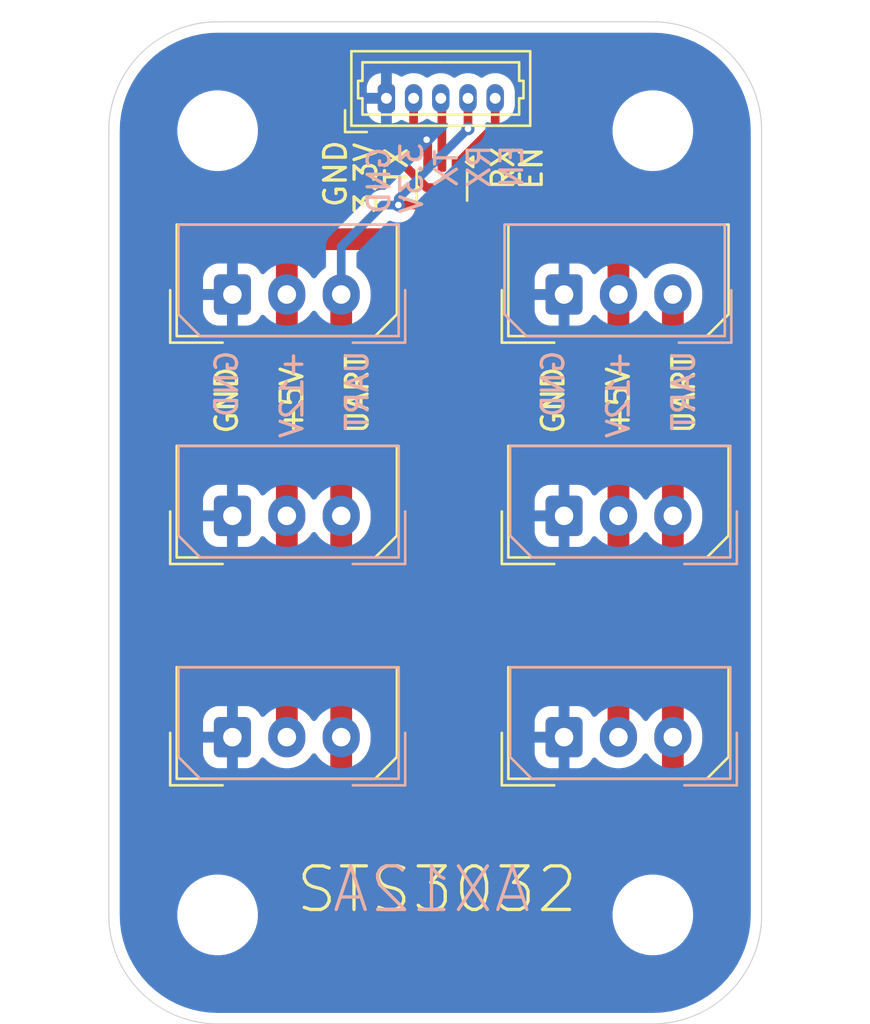
<source format=kicad_pcb>
(kicad_pcb (version 20241229) (generator "pcbnew") (generator_version "9.0")
  (layers (0 "F.Cu" signal) (2 "B.Cu" signal) (13 "F.Paste" user) (15 "B.Paste" user) (5 "F.SilkS" user "F.Silkscreen") (7 "B.SilkS" user "B.Silkscreen") (1 "F.Mask" user) (3 "B.Mask" user) (25 "Edge.Cuts" user))
  (net 0 "")
  (net 1 "GND")
  (net 2 "VIN")
  (net 3 "/UART")
  (net 4 "/UART_TX")
  (net 5 "/ENABLE")
  (net 6 "+3.3V")
  (footprint "Connector_Molex:Molex_SPOX_5267-03A_1x03_P2.50mm_Vertical" (layer "F.Cu") (at 106.68 116.84)
    (property "Reference" "J3" (hide yes))
    (property "Value" "Conn_01x03_Pin" (hide yes))
    (fp_line (start -2.86 -0.2) (end -2.86 2.21) (stroke (width 0.12)) (layer "F.SilkS"))
    (fp_line (start -2.86 2.21) (end -0.45 2.21) (stroke (width 0.12)) (layer "F.SilkS"))
    (fp_line (start -2.56 -3.21) (end -2.56 1.91) (stroke (width 0.12)) (layer "F.SilkS"))
    (fp_line (start -2.56 1.91) (end 6.56 1.91) (stroke (width 0.12)) (layer "F.SilkS"))
    (fp_line (start 6.56 1.91) (end 7.56 0.91) (stroke (width 0.12)) (layer "F.SilkS"))
    (fp_line (start 7.56 -3.21) (end -2.56 -3.21) (stroke (width 0.12)) (layer "F.SilkS"))
    (fp_line (start 7.56 0.91) (end 7.56 -3.21) (stroke (width 0.12)) (layer "F.SilkS"))
    (pad "1" thru_hole roundrect (at 0 0) (size 1.7 1.85) (drill 0.85) (layers "*.Cu" "*.Mask") (roundrect_rratio 0.147059) (net 1 "GND"))
    (pad "2" thru_hole oval (at 2.5 0) (size 1.7 1.85) (drill 0.85) (layers "*.Cu" "*.Mask") (net 2 "VIN"))
    (pad "3" thru_hole oval (at 5 0) (size 1.7 1.85) (drill 0.85) (layers "*.Cu" "*.Mask") (net 3 "/UART"))
  )
  (footprint "Connector_Molex:Molex_SPOX_5267-03A_1x03_P2.50mm_Vertical" (layer "F.Cu") (at 121.92 106.68)
    (property "Reference" "J5" (hide yes))
    (property "Value" "Conn_01x03_Pin" (hide yes))
    (fp_line (start -2.86 -0.2) (end -2.86 2.21) (stroke (width 0.12)) (layer "F.SilkS"))
    (fp_line (start -2.86 2.21) (end -0.45 2.21) (stroke (width 0.12)) (layer "F.SilkS"))
    (fp_line (start -2.56 -3.21) (end -2.56 1.91) (stroke (width 0.12)) (layer "F.SilkS"))
    (fp_line (start -2.56 1.91) (end 6.56 1.91) (stroke (width 0.12)) (layer "F.SilkS"))
    (fp_line (start 6.56 1.91) (end 7.56 0.91) (stroke (width 0.12)) (layer "F.SilkS"))
    (fp_line (start 7.56 -3.21) (end -2.56 -3.21) (stroke (width 0.12)) (layer "F.SilkS"))
    (fp_line (start 7.56 0.91) (end 7.56 -3.21) (stroke (width 0.12)) (layer "F.SilkS"))
    (pad "1" thru_hole roundrect (at 0 0) (size 1.7 1.85) (drill 0.85) (layers "*.Cu" "*.Mask") (roundrect_rratio 0.147059) (net 1 "GND"))
    (pad "2" thru_hole oval (at 2.5 0) (size 1.7 1.85) (drill 0.85) (layers "*.Cu" "*.Mask") (net 2 "VIN"))
    (pad "3" thru_hole oval (at 5 0) (size 1.7 1.85) (drill 0.85) (layers "*.Cu" "*.Mask") (net 3 "/UART"))
  )
  (footprint "MountingHole:MountingHole_3.2mm_M3" (layer "F.Cu") (at 106 89)
    (property "Reference" "H1" (hide yes))
    (property "Value" "MountingHole" (hide yes))
    (pad "" np_thru_hole circle (at 0 0) (size 3.2 3.2) (drill 3.2) (layers "*.Cu" "*.Mask"))
  )
  (footprint "Connector_Molex:Molex_SPOX_5267-03A_1x03_P2.50mm_Vertical" (layer "F.Cu") (at 106.68 106.68)
    (property "Reference" "J2" (hide yes))
    (property "Value" "Conn_01x03_Pin" (hide yes))
    (fp_line (start -2.86 -0.2) (end -2.86 2.21) (stroke (width 0.12)) (layer "F.SilkS"))
    (fp_line (start -2.86 2.21) (end -0.45 2.21) (stroke (width 0.12)) (layer "F.SilkS"))
    (fp_line (start -2.56 -3.21) (end -2.56 1.91) (stroke (width 0.12)) (layer "F.SilkS"))
    (fp_line (start -2.56 1.91) (end 6.56 1.91) (stroke (width 0.12)) (layer "F.SilkS"))
    (fp_line (start 6.56 1.91) (end 7.56 0.91) (stroke (width 0.12)) (layer "F.SilkS"))
    (fp_line (start 7.56 -3.21) (end -2.56 -3.21) (stroke (width 0.12)) (layer "F.SilkS"))
    (fp_line (start 7.56 0.91) (end 7.56 -3.21) (stroke (width 0.12)) (layer "F.SilkS"))
    (pad "1" thru_hole roundrect (at 0 0) (size 1.7 1.85) (drill 0.85) (layers "*.Cu" "*.Mask") (roundrect_rratio 0.147059) (net 1 "GND"))
    (pad "2" thru_hole oval (at 2.5 0) (size 1.7 1.85) (drill 0.85) (layers "*.Cu" "*.Mask") (net 2 "VIN"))
    (pad "3" thru_hole oval (at 5 0) (size 1.7 1.85) (drill 0.85) (layers "*.Cu" "*.Mask") (net 3 "/UART"))
  )
  (footprint "MountingHole:MountingHole_3.2mm_M3" (layer "F.Cu") (at 106 125)
    (property "Reference" "H2" (hide yes))
    (property "Value" "MountingHole" (hide yes))
    (pad "" np_thru_hole circle (at 0 0) (size 3.2 3.2) (drill 3.2) (layers "*.Cu" "*.Mask"))
  )
  (footprint "MountingHole:MountingHole_3.2mm_M3" (layer "F.Cu") (at 126 125)
    (property "Reference" "H4" (hide yes))
    (property "Value" "MountingHole" (hide yes))
    (pad "" np_thru_hole circle (at 0 0) (size 3.2 3.2) (drill 3.2) (layers "*.Cu" "*.Mask"))
  )
  (footprint "Connector_Molex:Molex_PicoBlade_53047-0510_1x05_P1.25mm_Vertical" (layer "F.Cu") (at 113.756 87.512)
    (property "Reference" "J8" (hide yes))
    (property "Value" "Conn_01x05_Pin" (hide yes))
    (fp_line (start -1.9 1.55) (end -1.9 0.55) (stroke (width 0.12)) (layer "F.SilkS"))
    (fp_line (start -1.9 1.55) (end -0.9 1.55) (stroke (width 0.12)) (layer "F.SilkS"))
    (fp_line (start -1.61 -2.16) (end -1.61 1.26) (stroke (width 0.12)) (layer "F.SilkS"))
    (fp_line (start -1.61 1.26) (end 6.61 1.26) (stroke (width 0.12)) (layer "F.SilkS"))
    (fp_line (start -1.3 -0.8) (end -1.1 -0.8) (stroke (width 0.12)) (layer "F.SilkS"))
    (fp_line (start -1.3 0) (end -1.3 -0.8) (stroke (width 0.12)) (layer "F.SilkS"))
    (fp_line (start -1.1 -1.65) (end 2.5 -1.65) (stroke (width 0.12)) (layer "F.SilkS"))
    (fp_line (start -1.1 -0.8) (end -1.1 -1.65) (stroke (width 0.12)) (layer "F.SilkS"))
    (fp_line (start -1.1 0) (end -1.3 0) (stroke (width 0.12)) (layer "F.SilkS"))
    (fp_line (start -1.1 0.75) (end -1.1 0) (stroke (width 0.12)) (layer "F.SilkS"))
    (fp_line (start 2.5 0.75) (end -1.1 0.75) (stroke (width 0.12)) (layer "F.SilkS"))
    (fp_line (start 2.5 0.75) (end 6.1 0.75) (stroke (width 0.12)) (layer "F.SilkS"))
    (fp_line (start 6.1 -1.65) (end 2.5 -1.65) (stroke (width 0.12)) (layer "F.SilkS"))
    (fp_line (start 6.1 -0.8) (end 6.1 -1.65) (stroke (width 0.12)) (layer "F.SilkS"))
    (fp_line (start 6.1 0) (end 6.3 0) (stroke (width 0.12)) (layer "F.SilkS"))
    (fp_line (start 6.1 0.75) (end 6.1 0) (stroke (width 0.12)) (layer "F.SilkS"))
    (fp_line (start 6.3 -0.8) (end 6.1 -0.8) (stroke (width 0.12)) (layer "F.SilkS"))
    (fp_line (start 6.3 0) (end 6.3 -0.8) (stroke (width 0.12)) (layer "F.SilkS"))
    (fp_line (start 6.61 -2.16) (end -1.61 -2.16) (stroke (width 0.12)) (layer "F.SilkS"))
    (fp_line (start 6.61 1.26) (end 6.61 -2.16) (stroke (width 0.12)) (layer "F.SilkS"))
    (pad "1" thru_hole roundrect (at 0 0) (size 0.8 1.3) (drill 0.5) (layers "*.Cu" "*.Mask") (net 1 "GND"))
    (pad "2" thru_hole oval (at 1.25 0) (size 0.8 1.3) (drill 0.5) (layers "*.Cu" "*.Mask") (net 6 "+3.3V"))
    (pad "3" thru_hole oval (at 2.5 0) (size 0.8 1.3) (drill 0.5) (layers "*.Cu" "*.Mask") (net 4 "/UART_TX"))
    (pad "4" thru_hole oval (at 3.75 0) (size 0.8 1.3) (drill 0.5) (layers "*.Cu" "*.Mask") (net 3 "/UART"))
    (pad "5" thru_hole oval (at 5 0) (size 0.8 1.3) (drill 0.5) (layers "*.Cu" "*.Mask") (net 5 "/ENABLE"))
  )
  (footprint "MountingHole:MountingHole_3.2mm_M3" (layer "F.Cu") (at 126 89)
    (property "Reference" "H3" (hide yes))
    (property "Value" "MountingHole" (hide yes))
    (pad "" np_thru_hole circle (at 0 0) (size 3.2 3.2) (drill 3.2) (layers "*.Cu" "*.Mask"))
  )
  (footprint "Connector_Molex:Molex_SPOX_5267-03A_1x03_P2.50mm_Vertical" (layer "F.Cu") (at 106.68 96.52)
    (property "Reference" "J1" (hide yes))
    (property "Value" "Conn_01x03_Pin" (hide yes))
    (fp_line (start -2.86 -0.2) (end -2.86 2.21) (stroke (width 0.12)) (layer "F.SilkS"))
    (fp_line (start -2.86 2.21) (end -0.45 2.21) (stroke (width 0.12)) (layer "F.SilkS"))
    (fp_line (start -2.56 -3.21) (end -2.56 1.91) (stroke (width 0.12)) (layer "F.SilkS"))
    (fp_line (start -2.56 1.91) (end 6.56 1.91) (stroke (width 0.12)) (layer "F.SilkS"))
    (fp_line (start 6.56 1.91) (end 7.56 0.91) (stroke (width 0.12)) (layer "F.SilkS"))
    (fp_line (start 7.56 -3.21) (end -2.56 -3.21) (stroke (width 0.12)) (layer "F.SilkS"))
    (fp_line (start 7.56 0.91) (end 7.56 -3.21) (stroke (width 0.12)) (layer "F.SilkS"))
    (pad "1" thru_hole roundrect (at 0 0) (size 1.7 1.85) (drill 0.85) (layers "*.Cu" "*.Mask") (roundrect_rratio 0.147059) (net 1 "GND"))
    (pad "2" thru_hole oval (at 2.5 0) (size 1.7 1.85) (drill 0.85) (layers "*.Cu" "*.Mask") (net 2 "VIN"))
    (pad "3" thru_hole oval (at 5 0) (size 1.7 1.85) (drill 0.85) (layers "*.Cu" "*.Mask") (net 3 "/UART"))
  )
  (footprint "Connector_Molex:Molex_SPOX_5267-03A_1x03_P2.50mm_Vertical" (layer "F.Cu") (at 121.92 116.84)
    (property "Reference" "J6" (hide yes))
    (property "Value" "Conn_01x03_Pin" (hide yes))
    (fp_line (start -2.86 -0.2) (end -2.86 2.21) (stroke (width 0.12)) (layer "F.SilkS"))
    (fp_line (start -2.86 2.21) (end -0.45 2.21) (stroke (width 0.12)) (layer "F.SilkS"))
    (fp_line (start -2.56 -3.21) (end -2.56 1.91) (stroke (width 0.12)) (layer "F.SilkS"))
    (fp_line (start -2.56 1.91) (end 6.56 1.91) (stroke (width 0.12)) (layer "F.SilkS"))
    (fp_line (start 6.56 1.91) (end 7.56 0.91) (stroke (width 0.12)) (layer "F.SilkS"))
    (fp_line (start 7.56 -3.21) (end -2.56 -3.21) (stroke (width 0.12)) (layer "F.SilkS"))
    (fp_line (start 7.56 0.91) (end 7.56 -3.21) (stroke (width 0.12)) (layer "F.SilkS"))
    (pad "1" thru_hole roundrect (at 0 0) (size 1.7 1.85) (drill 0.85) (layers "*.Cu" "*.Mask") (roundrect_rratio 0.147059) (net 1 "GND"))
    (pad "2" thru_hole oval (at 2.5 0) (size 1.7 1.85) (drill 0.85) (layers "*.Cu" "*.Mask") (net 2 "VIN"))
    (pad "3" thru_hole oval (at 5 0) (size 1.7 1.85) (drill 0.85) (layers "*.Cu" "*.Mask") (net 3 "/UART"))
  )
  (footprint "Connector_Molex:Molex_SPOX_5267-03A_1x03_P2.50mm_Vertical" (layer "F.Cu") (at 121.92 96.52)
    (property "Reference" "J4" (hide yes))
    (property "Value" "Conn_01x03_Pin" (hide yes))
    (fp_line (start -2.86 -0.2) (end -2.86 2.21) (stroke (width 0.12)) (layer "F.SilkS"))
    (fp_line (start -2.86 2.21) (end -0.45 2.21) (stroke (width 0.12)) (layer "F.SilkS"))
    (fp_line (start -2.56 -3.21) (end -2.56 1.91) (stroke (width 0.12)) (layer "F.SilkS"))
    (fp_line (start -2.56 1.91) (end 6.56 1.91) (stroke (width 0.12)) (layer "F.SilkS"))
    (fp_line (start 6.56 1.91) (end 7.56 0.91) (stroke (width 0.12)) (layer "F.SilkS"))
    (fp_line (start 7.56 -3.21) (end -2.56 -3.21) (stroke (width 0.12)) (layer "F.SilkS"))
    (fp_line (start 7.56 0.91) (end 7.56 -3.21) (stroke (width 0.12)) (layer "F.SilkS"))
    (pad "1" thru_hole roundrect (at 0 0) (size 1.7 1.85) (drill 0.85) (layers "*.Cu" "*.Mask") (roundrect_rratio 0.147059) (net 1 "GND"))
    (pad "2" thru_hole oval (at 2.5 0) (size 1.7 1.85) (drill 0.85) (layers "*.Cu" "*.Mask") (net 2 "VIN"))
    (pad "3" thru_hole oval (at 5 0) (size 1.7 1.85) (drill 0.85) (layers "*.Cu" "*.Mask") (net 3 "/UART"))
  )
  (footprint "Package_TO_SOT_SMD:SOT-353_SC-70-5" (layer "F.Cu") (at 116.306 91.512 -90)
    (property "Reference" "U1" (hide yes))
    (property "Value" "~")
    (fp_line (start -0.7 1.16) (end 0.7 1.16) (stroke (width 0.12)) (layer "F.SilkS"))
    (fp_line (start -0.71 -1.16) (end 0.7 -1.16) (stroke (width 0.12)) (layer "F.SilkS"))
    (fp_poly (pts (xy -1.08 -1.11) (xy -1.32 -1.44) (xy -0.84 -1.44) (xy -1.08 -1.11)) (stroke (width 0.12)) (fill yes) (layer "F.SilkS"))
    (pad "1" smd roundrect (at -0.95 -0.65 270) (size 0.65 0.4) (layers "F.Cu" "F.Mask" "F.Paste") (net 5 "/ENABLE"))
    (pad "2" smd roundrect (at -0.95 0 270) (size 0.65 0.4) (layers "F.Cu" "F.Mask" "F.Paste") (net 4 "/UART_TX"))
    (pad "3" smd roundrect (at -0.95 0.65 270) (size 0.65 0.4) (layers "F.Cu" "F.Mask" "F.Paste") (net 1 "GND"))
    (pad "4" smd roundrect (at 0.95 0.65 270) (size 0.65 0.4) (layers "F.Cu" "F.Mask" "F.Paste") (net 3 "/UART"))
    (pad "5" smd roundrect (at 0.95 -0.65 270) (size 0.65 0.4) (layers "F.Cu" "F.Mask" "F.Paste") (net 6 "+3.3V"))
  )
  (footprint "Connector_Molex:Molex_SPOX_5267-03A_1x03_P2.50mm_Vertical" (layer "B.Cu") (at 127 116.84 180)
    (property "Reference" "J16" (hide yes))
    (property "Value" "Conn_01x03_Pin" (hide yes))
    (fp_line (start 7.56 3.21) (end -2.56 3.21) (stroke (width 0.12)) (layer "B.SilkS"))
    (fp_line (start 7.56 -0.91) (end 7.56 3.21) (stroke (width 0.12)) (layer "B.SilkS"))
    (fp_line (start 6.56 -1.91) (end 7.56 -0.91) (stroke (width 0.12)) (layer "B.SilkS"))
    (fp_line (start -2.56 3.21) (end -2.56 -1.91) (stroke (width 0.12)) (layer "B.SilkS"))
    (fp_line (start -2.56 -1.91) (end 6.56 -1.91) (stroke (width 0.12)) (layer "B.SilkS"))
    (fp_line (start -2.86 0.2) (end -2.86 -2.21) (stroke (width 0.12)) (layer "B.SilkS"))
    (fp_line (start -2.86 -2.21) (end -0.45 -2.21) (stroke (width 0.12)) (layer "B.SilkS"))
  )
  (footprint "Connector_Molex:Molex_SPOX_5267-03A_1x03_P2.50mm_Vertical" (layer "B.Cu") (at 111.76 96.52 180)
    (property "Reference" "J11" (hide yes))
    (property "Value" "Conn_01x03_Pin" (hide yes))
    (fp_line (start 7.56 3.21) (end -2.56 3.21) (stroke (width 0.12)) (layer "B.SilkS"))
    (fp_line (start 7.56 -0.91) (end 7.56 3.21) (stroke (width 0.12)) (layer "B.SilkS"))
    (fp_line (start 6.56 -1.91) (end 7.56 -0.91) (stroke (width 0.12)) (layer "B.SilkS"))
    (fp_line (start -2.56 3.21) (end -2.56 -1.91) (stroke (width 0.12)) (layer "B.SilkS"))
    (fp_line (start -2.56 -1.91) (end 6.56 -1.91) (stroke (width 0.12)) (layer "B.SilkS"))
    (fp_line (start -2.86 0.2) (end -2.86 -2.21) (stroke (width 0.12)) (layer "B.SilkS"))
    (fp_line (start -2.86 -2.21) (end -0.45 -2.21) (stroke (width 0.12)) (layer "B.SilkS"))
  )
  (footprint "Connector_Molex:Molex_SPOX_5267-03A_1x03_P2.50mm_Vertical" (layer "B.Cu") (at 111.76 116.84 180)
    (property "Reference" "J13" (hide yes))
    (property "Value" "Conn_01x03_Pin" (hide yes))
    (fp_line (start 7.56 3.21) (end -2.56 3.21) (stroke (width 0.12)) (layer "B.SilkS"))
    (fp_line (start 7.56 -0.91) (end 7.56 3.21) (stroke (width 0.12)) (layer "B.SilkS"))
    (fp_line (start 6.56 -1.91) (end 7.56 -0.91) (stroke (width 0.12)) (layer "B.SilkS"))
    (fp_line (start -2.56 3.21) (end -2.56 -1.91) (stroke (width 0.12)) (layer "B.SilkS"))
    (fp_line (start -2.56 -1.91) (end 6.56 -1.91) (stroke (width 0.12)) (layer "B.SilkS"))
    (fp_line (start -2.86 0.2) (end -2.86 -2.21) (stroke (width 0.12)) (layer "B.SilkS"))
    (fp_line (start -2.86 -2.21) (end -0.45 -2.21) (stroke (width 0.12)) (layer "B.SilkS"))
  )
  (footprint "Connector_Molex:Molex_SPOX_5267-03A_1x03_P2.50mm_Vertical" (layer "B.Cu") (at 127 106.68 180)
    (property "Reference" "J15" (hide yes))
    (property "Value" "Conn_01x03_Pin" (hide yes))
    (fp_line (start 7.56 3.21) (end -2.56 3.21) (stroke (width 0.12)) (layer "B.SilkS"))
    (fp_line (start 7.56 -0.91) (end 7.56 3.21) (stroke (width 0.12)) (layer "B.SilkS"))
    (fp_line (start 6.56 -1.91) (end 7.56 -0.91) (stroke (width 0.12)) (layer "B.SilkS"))
    (fp_line (start -2.56 3.21) (end -2.56 -1.91) (stroke (width 0.12)) (layer "B.SilkS"))
    (fp_line (start -2.56 -1.91) (end 6.56 -1.91) (stroke (width 0.12)) (layer "B.SilkS"))
    (fp_line (start -2.86 0.2) (end -2.86 -2.21) (stroke (width 0.12)) (layer "B.SilkS"))
    (fp_line (start -2.86 -2.21) (end -0.45 -2.21) (stroke (width 0.12)) (layer "B.SilkS"))
  )
  (footprint "Connector_Molex:Molex_SPOX_5267-03A_1x03_P2.50mm_Vertical" (layer "B.Cu") (at 111.76 106.68 180)
    (property "Reference" "J12" (hide yes))
    (property "Value" "Conn_01x03_Pin" (hide yes))
    (fp_line (start 7.56 3.21) (end -2.56 3.21) (stroke (width 0.12)) (layer "B.SilkS"))
    (fp_line (start 7.56 -0.91) (end 7.56 3.21) (stroke (width 0.12)) (layer "B.SilkS"))
    (fp_line (start 6.56 -1.91) (end 7.56 -0.91) (stroke (width 0.12)) (layer "B.SilkS"))
    (fp_line (start -2.56 3.21) (end -2.56 -1.91) (stroke (width 0.12)) (layer "B.SilkS"))
    (fp_line (start -2.56 -1.91) (end 6.56 -1.91) (stroke (width 0.12)) (layer "B.SilkS"))
    (fp_line (start -2.86 0.2) (end -2.86 -2.21) (stroke (width 0.12)) (layer "B.SilkS"))
    (fp_line (start -2.86 -2.21) (end -0.45 -2.21) (stroke (width 0.12)) (layer "B.SilkS"))
  )
  (footprint "Connector_Molex:Molex_SPOX_5267-03A_1x03_P2.50mm_Vertical" (layer "B.Cu") (at 126.746 96.52 180)
    (property "Reference" "J14" (hide yes))
    (property "Value" "Conn_01x03_Pin" (hide yes))
    (fp_line (start 7.56 3.21) (end -2.56 3.21) (stroke (width 0.12)) (layer "B.SilkS"))
    (fp_line (start 7.56 -0.91) (end 7.56 3.21) (stroke (width 0.12)) (layer "B.SilkS"))
    (fp_line (start 6.56 -1.91) (end 7.56 -0.91) (stroke (width 0.12)) (layer "B.SilkS"))
    (fp_line (start -2.56 3.21) (end -2.56 -1.91) (stroke (width 0.12)) (layer "B.SilkS"))
    (fp_line (start -2.56 -1.91) (end 6.56 -1.91) (stroke (width 0.12)) (layer "B.SilkS"))
    (fp_line (start -2.86 0.2) (end -2.86 -2.21) (stroke (width 0.12)) (layer "B.SilkS"))
    (fp_line (start -2.86 -2.21) (end -0.45 -2.21) (stroke (width 0.12)) (layer "B.SilkS"))
  )
  (gr_line (start 106 84) (end 126 84) (stroke (width 0.05)) (layer "Edge.Cuts"))
  (gr_arc (start 101 89) (mid 102.464466 85.464466) (end 106 84) (stroke (width 0.05)) (layer "Edge.Cuts"))
  (gr_arc (start 106 130) (mid 102.464466 128.535534) (end 101 125) (stroke (width 0.05)) (layer "Edge.Cuts"))
  (gr_line (start 131 89) (end 131 125) (stroke (width 0.05)) (layer "Edge.Cuts"))
  (gr_line (start 101 125) (end 101 89) (stroke (width 0.05)) (layer "Edge.Cuts"))
  (gr_line (start 126 130) (end 106 130) (stroke (width 0.05)) (layer "Edge.Cuts"))
  (gr_arc (start 131 125) (mid 129.535534 128.535534) (end 126 130) (stroke (width 0.05)) (layer "Edge.Cuts"))
  (gr_arc (start 126 84) (mid 129.535534 85.464466) (end 131 89) (stroke (width 0.05)) (layer "Edge.Cuts"))
  (gr_text "STS3032" (at 109.5 125 0) (layer "F.SilkS") (effects (font (size 2 2) (thickness 0.153)) (justify left bottom)))
  (gr_text "3.3V" (at 113.4 92.9 90) (layer "F.SilkS") (effects (font (size 1 1) (thickness 0.153)) (justify left bottom)))
  (gr_text "RX" (at 119.7 91.8 90) (layer "F.SilkS") (effects (font (size 1 1) (thickness 0.153)) (justify left bottom)))
  (gr_text "GND" (at 122 103 90) (layer "F.SilkS") (effects (font (size 1 1) (thickness 0.153)) (justify left bottom)))
  (gr_text "GND" (at 112 92.6 90) (layer "F.SilkS") (effects (font (size 1 1) (thickness 0.153)) (justify left bottom)))
  (gr_text "+5V" (at 110 103 90) (layer "F.SilkS") (effects (font (size 1 1) (thickness 0.153)) (justify left bottom)))
  (gr_text "+5V" (at 125 103 90) (layer "F.SilkS") (effects (font (size 1 1) (thickness 0.153)) (justify left bottom)))
  (gr_text "UART" (at 113 103 90) (layer "F.SilkS") (effects (font (size 1 1) (thickness 0.153)) (justify left bottom)))
  (gr_text "GND" (at 107 103 90) (layer "F.SilkS") (effects (font (size 1 1) (thickness 0.153)) (justify left bottom)))
  (gr_text "UART" (at 128 103 90) (layer "F.SilkS") (effects (font (size 1 1) (thickness 0.153)) (justify left bottom)))
  (gr_text "EN" (at 121 91.8 90) (layer "F.SilkS") (effects (font (size 1 1) (thickness 0.153)) (justify left bottom)))
  (gr_text "TX" (at 114.8 91.6 90) (layer "F.SilkS") (effects (font (size 1 1) (thickness 0.153)) (justify left bottom)))
  (gr_text "UART" (at 113 99 90) (layer "B.SilkS") (effects (font (size 1 1) (thickness 0.153)) (justify left bottom mirror)))
  (gr_text "GND" (at 107 99 90) (layer "B.SilkS") (effects (font (size 1 1) (thickness 0.153)) (justify left bottom mirror)))
  (gr_text "RX" (at 118.6 89.562 90) (layer "B.SilkS") (effects (font (size 1 1) (thickness 0.153)) (justify left bottom mirror)))
  (gr_text "GND" (at 114 89.662 90) (layer "B.SilkS") (effects (font (size 1 1) (thickness 0.153)) (justify left bottom mirror)))
  (gr_text "+12V" (at 125 99 90) (layer "B.SilkS") (effects (font (size 1 1) (thickness 0.153)) (justify left bottom mirror)))
  (gr_text "GND" (at 122 99 90) (layer "B.SilkS") (effects (font (size 1 1) (thickness 0.153)) (justify left bottom mirror)))
  (gr_text "+12V" (at 110 99 90) (layer "B.SilkS") (effects (font (size 1 1) (thickness 0.153)) (justify left bottom mirror)))
  (gr_text "UART" (at 128 99 90) (layer "B.SilkS") (effects (font (size 1 1) (thickness 0.153)) (justify left bottom mirror)))
  (gr_text "TX" (at 117.1 89.762 90) (layer "B.SilkS") (effects (font (size 1 1) (thickness 0.153)) (justify left bottom mirror)))
  (gr_text "EN" (at 120.1 89.562 90) (layer "B.SilkS") (effects (font (size 1 1) (thickness 0.153)) (justify left bottom mirror)))
  (gr_text "AX12A" (at 120.5 125 0) (layer "B.SilkS") (effects (font (size 2 2) (thickness 0.153)) (justify left bottom mirror)))
  (gr_text "3.3V" (at 115.5 89.462 90) (layer "B.SilkS") (effects (font (size 1 1) (thickness 0.153)) (justify left bottom mirror)))
  (segment (start 115.656 90.562) (end 115.656 89.562) (width 0.4) (layer "F.Cu") (net 1))
  (segment (start 115.656 89.562) (end 115.606 89.512) (width 0.4) (layer "F.Cu") (net 1))
  (segment (start 115.606 89.512) (end 115.606 89.412) (width 0.4) (layer "F.Cu") (net 1))
  (via (at 115.606 89.412) (size 0.6) (drill 0.3) (layers "F.Cu" "B.Cu") (net 1))
  (segment (start 124.42 94.996) (end 124.42 96.52) (width 1) (layer "F.Cu") (net 2))
  (segment (start 124.42 106.68) (end 124.42 96.52) (width 1) (layer "F.Cu") (net 2))
  (segment (start 110.236 93.98) (end 123.19 93.98) (width 1) (layer "F.Cu") (net 2))
  (segment (start 109.18 94.996) (end 110.236 93.98) (width 1) (layer "F.Cu") (net 2))
  (segment (start 109.18 116.84) (end 109.18 106.68) (width 1) (layer "F.Cu") (net 2))
  (segment (start 109.18 96.52) (end 109.18 94.996) (width 1) (layer "F.Cu") (net 2))
  (segment (start 109.18 106.68) (end 109.18 96.52) (width 1) (layer "F.Cu") (net 2))
  (segment (start 123.19 93.98) (end 124.42 94.996) (width 1) (layer "F.Cu") (net 2))
  (segment (start 124.42 116.84) (end 124.42 106.68) (width 1) (layer "F.Cu") (net 2))
  (segment (start 113 120) (end 126 120) (width 1) (layer "F.Cu") (net 3))
  (segment (start 111.68 106.68) (end 111.68 116.84) (width 1) (layer "F.Cu") (net 3))
  (segment (start 126.92 116.84) (end 126.92 106.68) (width 1) (layer "F.Cu") (net 3))
  (segment (start 114.306 92.412) (end 115.606 92.412) (width 0.4) (layer "F.Cu") (net 3))
  (segment (start 115.606 92.412) (end 115.656 92.462) (width 0.4) (layer "F.Cu") (net 3))
  (segment (start 111.68 96.52) (end 111.68 106.68) (width 1) (layer "F.Cu") (net 3))
  (segment (start 126.92 119.08) (end 126.92 116.84) (width 1) (layer "F.Cu") (net 3))
  (segment (start 111.68 118.68) (end 113 120) (width 1) (layer "F.Cu") (net 3))
  (segment (start 126.92 106.68) (end 126.92 96.52) (width 1) (layer "F.Cu") (net 3))
  (segment (start 126 120) (end 126.92 119.08) (width 1) (layer "F.Cu") (net 3))
  (segment (start 117.506 87.512) (end 117.506 88.912) (width 0.4) (layer "F.Cu") (net 3))
  (segment (start 111.68 116.84) (end 111.68 118.68) (width 1) (layer "F.Cu") (net 3))
  (via (at 117.506 88.912) (size 0.6) (drill 0.3) (layers "F.Cu" "B.Cu") (net 3))
  (via (at 114.306 92.412) (size 0.6) (drill 0.3) (layers "F.Cu" "B.Cu") (net 3))
  (segment (start 113.588 92.412) (end 114.306 92.412) (width 0.4) (layer "B.Cu") (net 3))
  (segment (start 117.506 88.912) (end 114.306 92.112) (width 0.4) (layer "B.Cu") (net 3))
  (segment (start 111.68 94.32) (end 111.68 96.52) (width 0.4) (layer "B.Cu") (net 3))
  (segment (start 114.306 92.112) (end 114.306 92.412) (width 0.4) (layer "B.Cu") (net 3))
  (segment (start 111.68 94.32) (end 113.588 92.412) (width 0.4) (layer "B.Cu") (net 3))
  (segment (start 116.306 90.562) (end 116.306 87.562) (width 0.4) (layer "F.Cu") (net 4))
  (segment (start 116.306 87.562) (end 116.256 87.512) (width 0.4) (layer "F.Cu") (net 4))
  (segment (start 118.756 88.762) (end 118.756 87.512) (width 0.4) (layer "F.Cu") (net 5))
  (segment (start 116.956 90.562) (end 118.756 88.762) (width 0.4) (layer "F.Cu") (net 5))
  (segment (start 115.006 88.912) (end 114.606 89.312) (width 0.4) (layer "F.Cu") (net 6))
  (segment (start 116.106 91.612) (end 116.956 92.462) (width 0.4) (layer "F.Cu") (net 6))
  (segment (start 115.606 91.612) (end 116.106 91.612) (width 0.4) (layer "F.Cu") (net 6))
  (segment (start 114.606 90.612) (end 115.606 91.612) (width 0.4) (layer "F.Cu") (net 6))
  (segment (start 115.006 87.512) (end 115.006 88.912) (width 0.4) (layer "F.Cu") (net 6))
  (segment (start 114.606 89.312) (end 114.606 90.612) (width 0.4) (layer "F.Cu") (net 6))
  (zone (net 1) (net_name "GND") (layer "B.Cu") (connect_pads (clearance 0.5)) (min_thickness 0.25) (fill yes (thermal_gap 0.5) (thermal_bridge_width 0.5))
    (polygon (pts (xy 96 83) (xy 136 83) (xy 136 130) (xy 96 130)))
  )
)
</source>
